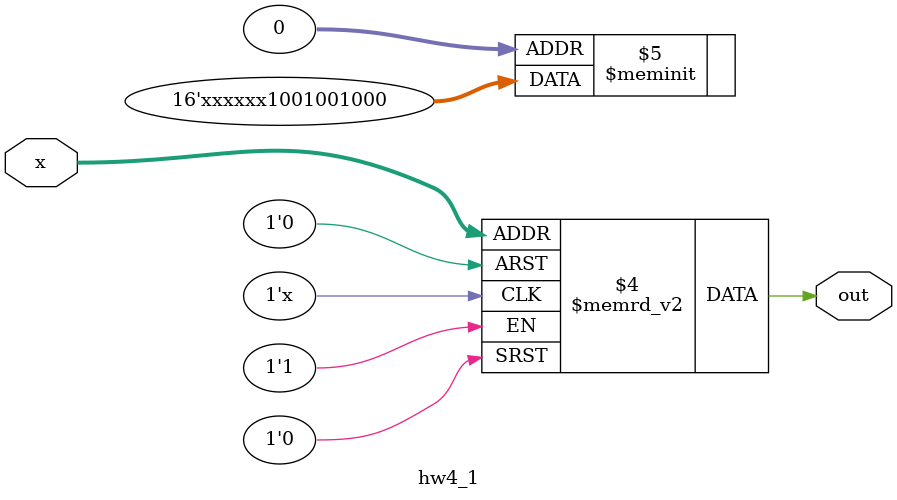
<source format=v>
`timescale 1ns/10ps

module hw4_1(x, out);
input [3:0] x;
output out;
reg out;

always @* begin
	case (x)
		// multiple-of-3
		3, 6, 9: out = 1'b1;
		// input from 0~9
		0, 1, 2, 4, 5, 7, 8: out = 1'b0;
		// otherwise, don't care
		default: out = 1'bx;
	endcase
end

endmodule

</source>
